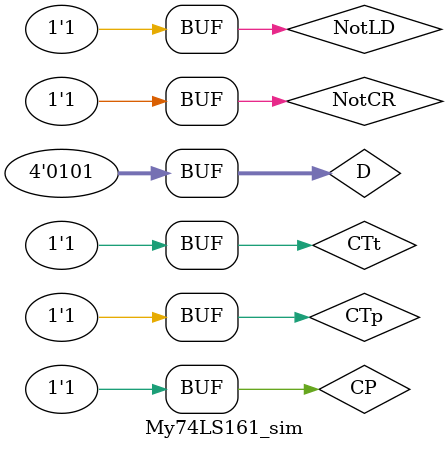
<source format=v>
`timescale 1ns / 1ps


module My74LS161_sim;

	// Inputs
	reg NotCR;
	reg NotLD;
	reg CTp;
	reg CTt;
	reg CP;
	reg [3:0] D;

	// Outputs
	wire [3:0] Q;
	wire CO;

	// Instantiate the Unit Under Test (UUT)
	My74LS161 uut (
		.NotCR(NotCR), 
		.NotLD(NotLD), 
		.CTp(CTp), 
		.CTt(CTt), 
		.CP(CP), 
		.D(D), 
		.Q(Q),
		.CO(CO)
	);

	initial begin
		// Initialize Inputs
		NotCR = 0;
		NotLD = 0;
		CTp = 0;
		CTt = 0;
		CP = 0;
		D = 0;

		// Wait 100 ns for global reset to finish
		#100;
		
		NotCR=1;
		D=4'b0101;
		
		#100;
		
		NotLD = 1;
		
		#100
		CTp = 1;
		CTt = 1;
		
        
		// Add stimulus here

	end
	
	always begin
	CP=0; #10;
	CP=1; #10;
	end
      
endmodule


</source>
